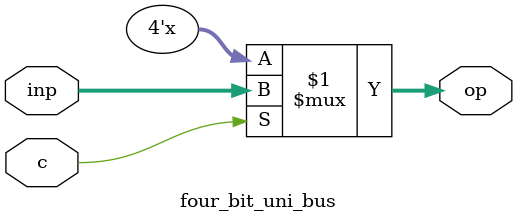
<source format=v>
`timescale 1ns / 1ps

module four_bit_uni_bus(
    input [3:0]inp,
    output [3:0]op,
    input c
    );
    assign op =  c ?inp:4'bzzzz;    
endmodule


</source>
